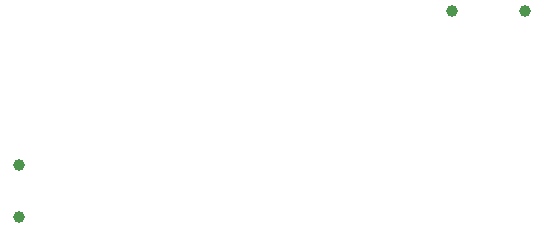
<source format=gbr>
%TF.GenerationSoftware,Altium Limited,Altium Designer,25.3.3 (18)*%
G04 Layer_Color=0*
%FSLAX45Y45*%
%MOMM*%
%TF.SameCoordinates,BD87FDF2-1F07-4250-B4CA-E9600B944348*%
%TF.FilePolarity,Positive*%
%TF.FileFunction,NonPlated,1,2,NPTH,Drill*%
%TF.Part,Single*%
G01*
G75*
%TA.AperFunction,ComponentDrill*%
%ADD100C,1.00000*%
%ADD101C,1.00000*%
D100*
X4929000Y889000D02*
D03*
X4309000D02*
D03*
D101*
X640800Y-413070D02*
D03*
Y-852490D02*
D03*
%TF.MD5,39b150b64454a69abe4aa4a54fcd6f5d*%
M02*

</source>
